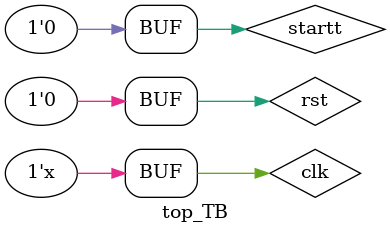
<source format=v>
`timescale 1ns/1ns
module top_TB ();

    reg clk,rst,startt;
    wire [6:0] Adr_A,Adr_B,Adr_C;
    wire [31:0] Data_C;
    wire WE_C,Done_t;
    wire [31:0] data_A,data_B;
    wire reslut_is_invalid;


    TB BBB( .clk(clk), .rst(rst), .Addr1(Adr_A), .Addr2(Adr_B), .Addr3(Adr_C), .Data_in(Data_C), .WE(WE_C), .data_out0(data_A), .data_out1(data_B));
    matmul AAA(.clk(clk), .rst(rst), .start(startt), .data1(data_A), .data2(data_B), .result(Data_C), .invalidmm(reslut_is_invalid), .Addr1(Adr_A), .Addr2(Adr_B), .Addr3(Adr_C), .Done(Done_t), .WE(WE_C));

    initial clk=0;
    always #5 clk = ~clk;

    initial begin
        rst=1;
        #50
        rst=0;
        startt=1;
        #50
        startt=0;
       
    end
    
endmodule
</source>
